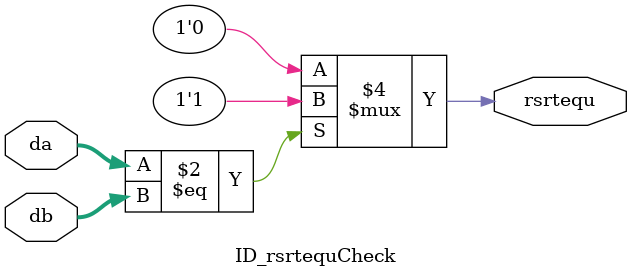
<source format=v>
`timescale 1ns / 1ps


module ID_rsrtequCheck(
    input [31:0] da,
    input [31:0] db,
    output reg rsrtequ
    );
    
    always @ (*)
        begin
            if (da == db)
                rsrtequ <= 1;
            else
                rsrtequ <= 0;
        end
endmodule

</source>
